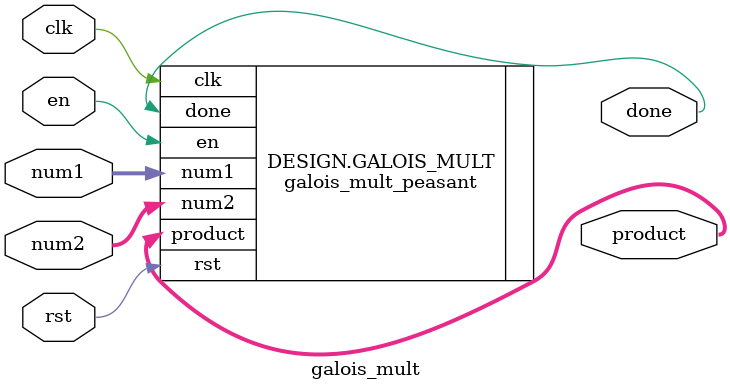
<source format=v>



// Use `GALOIS_MULT_METHOD` parameter to select which multiplication hardware method is used.
// Only the following values of GALOIS_MULT_METHOD are valid:
//     - "peasant"
//     - "barrett"
// Whichever method is selected, the following parameters must be supplied:
//     - N_BITS
//     - PRIME_MODULUS
// Additionally, if "barrett" method is selected, the following parameters must be supplied:
//     - GALOIS_MULT_BARRETT_R

module galois_mult #(
    parameter N_BITS = 254,
    parameter PRIME_MODULUS = 254'h30644e72e131a029b85045b68181585d2833e84879b9709143e1f593f0000001, // Size: N_BITS
    parameter GALOIS_MULT_METHOD = "peasant",
    parameter GALOIS_MULT_BARRETT_R = 255'h54a47462623a04a7ab074a58680730147144852009e880ae620703a6be1de925 // Size: N_BITS + 1
) (
    input clk,
    input rst,
    input en,
    input  [N_BITS-1:0] num1,
    input  [N_BITS-1:0] num2,
    output [N_BITS-1:0] product,
    output done
);

generate
	case (GALOIS_MULT_METHOD)
		"peasant": begin : DESIGN
			galois_mult_peasant #(
				.N_BITS(N_BITS),
				.PRIME_MODULUS(PRIME_MODULUS)
			) GALOIS_MULT (
				.clk(clk),
				.rst(rst),
				.en(en),
				.num1(num1),
				.num2(num2),
				.product(product),
				.done(done)
			);
		end

		"barrett": begin : DESIGN
			galois_mult_barrett #(
				.N_BITS(N_BITS),
				.PRIME_MODULUS(PRIME_MODULUS),
				.R(GALOIS_MULT_BARRETT_R)
			) GALOIS_MULT (
				.clk(clk),
				.rst(rst),
				.en(en),
				.num1(num1),
				.num2(num2),
				.product(product),
				.done(done)
			);
		end

		"barrett+karatsuba": begin : DESIGN
			galois_mult_karatsuba #(
				.N_BITS(N_BITS),
				.PRIME_MODULUS(PRIME_MODULUS),
				.R(GALOIS_MULT_BARRETT_R)
			) GALOIS_MULT (
				.clk(clk),
				.rst(rst),
				.en(en),
				.num1(num1),
				.num2(num2),
				.product(product),
				.done(done)
			);
		end

		default: begin : DESIGN
			initial $display("[WARNING] using GALOIS_MULT_METHOD=\"peasant\" by default");
			galois_mult_peasant #(
				.N_BITS(N_BITS),
				.PRIME_MODULUS(PRIME_MODULUS)
			) GALOIS_MULT (
				.clk(clk),
				.rst(rst),
				.en(en),
				.num1(num1),
				.num2(num2),
				.product(product),
				.done(done)
			);
		end
	endcase
endgenerate

endmodule

</source>
